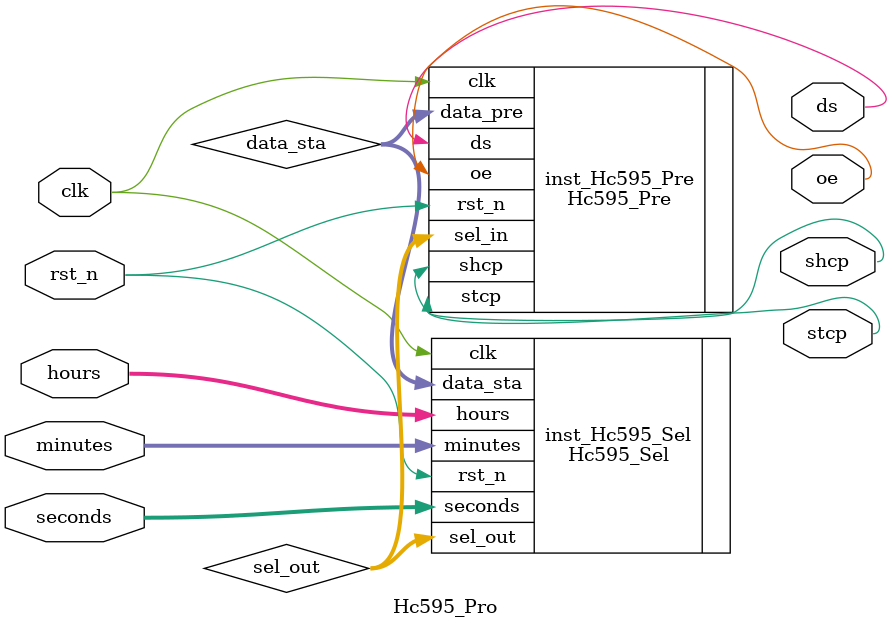
<source format=v>
module Hc595_Pro (
	input clk,
	input rst_n,
	input [15:0] hours,
	input [15:0] minutes,
	input [15:0] seconds,
	output ds,
	output shcp,
	output stcp,
	output oe
);

	wire [7:0] data_sta;
	wire [5:0] sel_out;

	Hc595_Sel 
	#(
		.cnt_1ms_max(16'd49_999)
	)
	inst_Hc595_Sel
	(
		.clk(clk),
		.rst_n(rst_n),
		.hours(hours),
		.minutes(minutes),
		.seconds(seconds),
		.data_sta(data_sta),
		.sel_out(sel_out)
	);

	Hc595_Pre inst_Hc595_Pre (
		.clk(clk),
		.rst_n(rst_n),
		.data_pre(data_sta),
		.sel_in(sel_out),
		.ds(ds),
		.shcp(shcp),
		.stcp(stcp),
		.oe(oe));

endmodule
</source>
